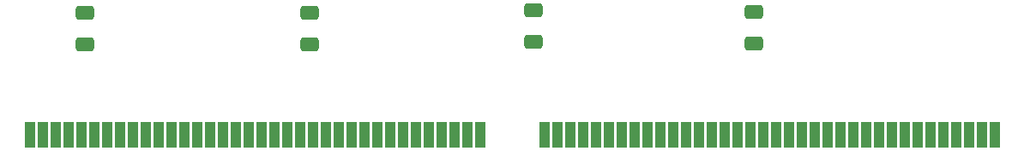
<source format=gbp>
G04 #@! TF.GenerationSoftware,KiCad,Pcbnew,7.0.9*
G04 #@! TF.CreationDate,2024-01-22T22:42:44+01:00*
G04 #@! TF.ProjectId,simm72_rom_2M55,73696d6d-3732-45f7-926f-6d5f324d3535,A*
G04 #@! TF.SameCoordinates,Original*
G04 #@! TF.FileFunction,Paste,Bot*
G04 #@! TF.FilePolarity,Positive*
%FSLAX46Y46*%
G04 Gerber Fmt 4.6, Leading zero omitted, Abs format (unit mm)*
G04 Created by KiCad (PCBNEW 7.0.9) date 2024-01-22 22:42:44*
%MOMM*%
%LPD*%
G01*
G04 APERTURE LIST*
G04 Aperture macros list*
%AMRoundRect*
0 Rectangle with rounded corners*
0 $1 Rounding radius*
0 $2 $3 $4 $5 $6 $7 $8 $9 X,Y pos of 4 corners*
0 Add a 4 corners polygon primitive as box body*
4,1,4,$2,$3,$4,$5,$6,$7,$8,$9,$2,$3,0*
0 Add four circle primitives for the rounded corners*
1,1,$1+$1,$2,$3*
1,1,$1+$1,$4,$5*
1,1,$1+$1,$6,$7*
1,1,$1+$1,$8,$9*
0 Add four rect primitives between the rounded corners*
20,1,$1+$1,$2,$3,$4,$5,0*
20,1,$1+$1,$4,$5,$6,$7,0*
20,1,$1+$1,$6,$7,$8,$9,0*
20,1,$1+$1,$8,$9,$2,$3,0*%
G04 Aperture macros list end*
%ADD10R,1.040000X2.540000*%
%ADD11RoundRect,0.250000X0.650000X-0.412500X0.650000X0.412500X-0.650000X0.412500X-0.650000X-0.412500X0*%
G04 APERTURE END LIST*
D10*
X57375000Y-113921000D03*
X58645000Y-113921000D03*
X59915000Y-113921000D03*
X61185000Y-113921000D03*
X62455000Y-113921000D03*
X63725000Y-113921000D03*
X64995000Y-113921000D03*
X66265000Y-113921000D03*
X67535000Y-113921000D03*
X68805000Y-113921000D03*
X70075000Y-113921000D03*
X71345000Y-113921000D03*
X72615000Y-113921000D03*
X73885000Y-113921000D03*
X75155000Y-113921000D03*
X76425000Y-113921000D03*
X77695000Y-113921000D03*
X78965000Y-113921000D03*
X80235000Y-113921000D03*
X81505000Y-113921000D03*
X82775000Y-113921000D03*
X84045000Y-113921000D03*
X85315000Y-113921000D03*
X86585000Y-113921000D03*
X87855000Y-113921000D03*
X89125000Y-113921000D03*
X90395000Y-113921000D03*
X91665000Y-113921000D03*
X92935000Y-113921000D03*
X94205000Y-113921000D03*
X95475000Y-113921000D03*
X96745000Y-113921000D03*
X98015000Y-113921000D03*
X99285000Y-113921000D03*
X100555000Y-113921000D03*
X101825000Y-113921000D03*
X108175000Y-113921000D03*
X109445000Y-113921000D03*
X110715000Y-113921000D03*
X111985000Y-113921000D03*
X113255000Y-113921000D03*
X114525000Y-113921000D03*
X115795000Y-113921000D03*
X117065000Y-113921000D03*
X118335000Y-113921000D03*
X119605000Y-113921000D03*
X120875000Y-113921000D03*
X122145000Y-113921000D03*
X123415000Y-113921000D03*
X124685000Y-113921000D03*
X125955000Y-113921000D03*
X127225000Y-113921000D03*
X128495000Y-113921000D03*
X129765000Y-113921000D03*
X131035000Y-113921000D03*
X132305000Y-113921000D03*
X133575000Y-113921000D03*
X134845000Y-113921000D03*
X136115000Y-113921000D03*
X137385000Y-113921000D03*
X138655000Y-113921000D03*
X139925000Y-113921000D03*
X141195000Y-113921000D03*
X142465000Y-113921000D03*
X143735000Y-113921000D03*
X145005000Y-113921000D03*
X146275000Y-113921000D03*
X147545000Y-113921000D03*
X148815000Y-113921000D03*
X150085000Y-113921000D03*
X151355000Y-113921000D03*
X152625000Y-113921000D03*
D11*
X107133600Y-104713900D03*
X107133600Y-101588900D03*
X84984800Y-104942500D03*
X84984800Y-101817500D03*
X128876000Y-104878600D03*
X128876000Y-101753600D03*
X62836000Y-104981000D03*
X62836000Y-101856000D03*
M02*

</source>
